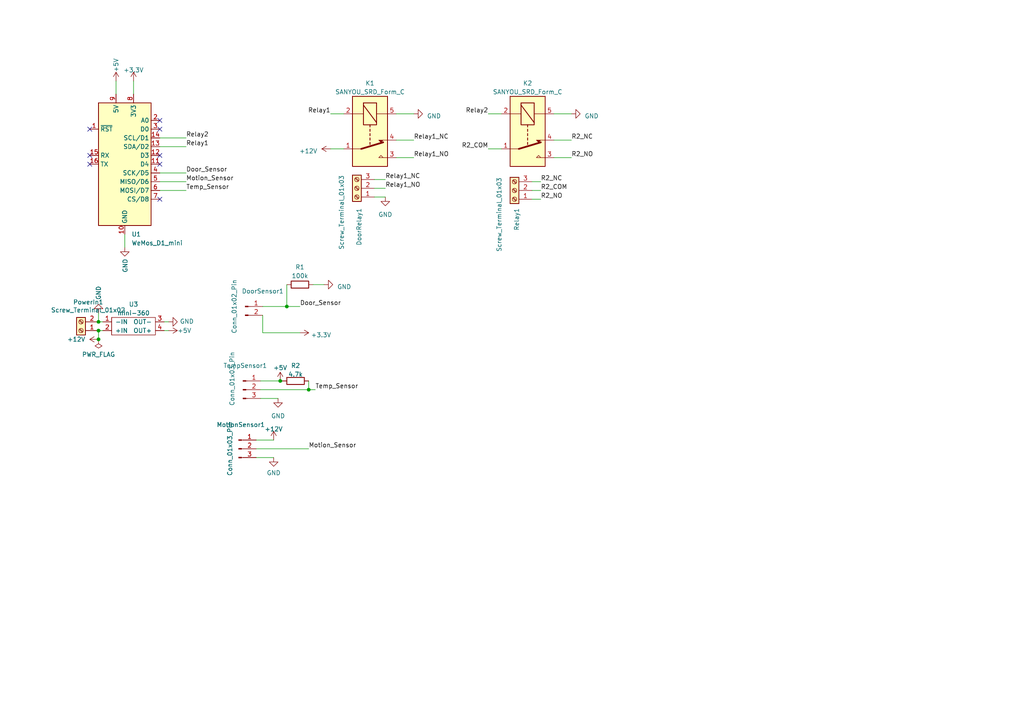
<source format=kicad_sch>
(kicad_sch (version 20230121) (generator eeschema)
  (paper "A4")
  (lib_symbols
    (symbol "Connector:Conn_01x02_Pin" (pin_names (offset 1.016) hide)
      (property "Reference" "J" (at 0 2.54 0))
      (property "Value" "Conn_01x02_Pin" (at 0 -5.08 0))
      (symbol "Conn_01x02_Pin_1_1"
        (polyline (pts (xy 1.27 -2.54) (xy 0.8636 -2.54)) (stroke (width 0.1524)))
        (polyline (pts (xy 1.27 0) (xy 0.8636 0)) (stroke (width 0.1524)))
        (rectangle (start 0.8636 -2.413) (end 0 -2.667) (stroke (width 0.1524)) (fill (type outline)))
        (rectangle (start 0.8636 0.127) (end 0 -0.127) (stroke (width 0.1524)) (fill (type outline)))
        (pin passive line (at 5.08 0 180) (length 3.81) (name "Pin_1") (number "1"))
        (pin passive line (at 5.08 -2.54 180) (length 3.81) (name "Pin_2") (number "2"))
      )
    )
    (symbol "Connector:Conn_01x03_Pin" (pin_names (offset 1.016) hide)
      (property "Reference" "J" (at 0 5.08 0))
      (property "Value" "Conn_01x03_Pin" (at 0 -5.08 0))
      (symbol "Conn_01x03_Pin_1_1"
        (polyline (pts (xy 1.27 -2.54) (xy 0.8636 -2.54)) (stroke (width 0.1524)))
        (polyline (pts (xy 1.27 0) (xy 0.8636 0)) (stroke (width 0.1524)))
        (polyline (pts (xy 1.27 2.54) (xy 0.8636 2.54)) (stroke (width 0.1524)))
        (rectangle (start 0.8636 -2.413) (end 0 -2.667) (stroke (width 0.1524)) (fill (type outline)))
        (rectangle (start 0.8636 0.127) (end 0 -0.127) (stroke (width 0.1524)) (fill (type outline)))
        (rectangle (start 0.8636 2.667) (end 0 2.413) (stroke (width 0.1524)) (fill (type outline)))
        (pin passive line (at 5.08 2.54 180) (length 3.81) (name "Pin_1") (number "1"))
        (pin passive line (at 5.08 0 180) (length 3.81) (name "Pin_2") (number "2"))
        (pin passive line (at 5.08 -2.54 180) (length 3.81) (name "Pin_3") (number "3"))
      )
    )
    (symbol "Connector:Screw_Terminal_01x02" (pin_names (offset 1.016) hide)
      (property "Reference" "J" (at 0 2.54 0))
      (property "Value" "Screw_Terminal_01x02" (at 0 -5.08 0))
      (symbol "Screw_Terminal_01x02_1_1"
        (rectangle (start -1.27 1.27) (end 1.27 -3.81) (stroke (width 0.254)) (fill (type background)))
        (circle (center 0 -2.54) (radius 0.635) (stroke (width 0.1524)))
        (polyline (pts (xy -0.5334 -2.2098) (xy 0.3302 -3.048)) (stroke (width 0.1524)))
        (polyline (pts (xy -0.5334 0.3302) (xy 0.3302 -0.508)) (stroke (width 0.1524)))
        (polyline (pts (xy -0.3556 -2.032) (xy 0.508 -2.8702)) (stroke (width 0.1524)))
        (polyline (pts (xy -0.3556 0.508) (xy 0.508 -0.3302)) (stroke (width 0.1524)))
        (circle (center 0 0) (radius 0.635) (stroke (width 0.1524)))
        (pin passive line (at -5.08 0 0) (length 3.81) (name "Pin_1") (number "1"))
        (pin passive line (at -5.08 -2.54 0) (length 3.81) (name "Pin_2") (number "2"))
      )
    )
    (symbol "Connector:Screw_Terminal_01x03" (pin_names (offset 1.016) hide)
      (property "Reference" "J" (at 0 5.08 0))
      (property "Value" "Screw_Terminal_01x03" (at 0 -5.08 0))
      (symbol "Screw_Terminal_01x03_1_1"
        (rectangle (start -1.27 3.81) (end 1.27 -3.81) (stroke (width 0.254)) (fill (type background)))
        (circle (center 0 -2.54) (radius 0.635) (stroke (width 0.1524)))
        (polyline (pts (xy -0.5334 -2.2098) (xy 0.3302 -3.048)) (stroke (width 0.1524)))
        (polyline (pts (xy -0.5334 0.3302) (xy 0.3302 -0.508)) (stroke (width 0.1524)))
        (polyline (pts (xy -0.5334 2.8702) (xy 0.3302 2.032)) (stroke (width 0.1524)))
        (polyline (pts (xy -0.3556 -2.032) (xy 0.508 -2.8702)) (stroke (width 0.1524)))
        (polyline (pts (xy -0.3556 0.508) (xy 0.508 -0.3302)) (stroke (width 0.1524)))
        (polyline (pts (xy -0.3556 3.048) (xy 0.508 2.2098)) (stroke (width 0.1524)))
        (circle (center 0 0) (radius 0.635) (stroke (width 0.1524)))
        (circle (center 0 2.54) (radius 0.635) (stroke (width 0.1524)))
        (pin passive line (at -5.08 2.54 0) (length 3.81) (name "Pin_1") (number "1"))
        (pin passive line (at -5.08 0 0) (length 3.81) (name "Pin_2") (number "2"))
        (pin passive line (at -5.08 -2.54 0) (length 3.81) (name "Pin_3") (number "3"))
      )
    )
    (symbol "Device:R" (pin_numbers hide) (pin_names (offset 0))
      (property "Reference" "R" (at 2.032 0 90))
      (property "Value" "R" (at 0 0 90))
      (symbol "R_0_1"
        (rectangle (start -1.016 -2.54) (end 1.016 2.54) (stroke (width 0.254)))
      )
      (symbol "R_1_1"
        (pin passive line (at 0 3.81 270) (length 1.27) (name "~") (number "1"))
        (pin passive line (at 0 -3.81 90) (length 1.27) (name "~") (number "2"))
      )
    )
    (symbol "MCU_Module:WeMos_D1_mini"
      (property "Reference" "U" (at 3.81 19.05 0))
      (property "Value" "WeMos_D1_mini" (at 1.27 -19.05 0))
      (symbol "WeMos_D1_mini_1_1"
        (rectangle (start -7.62 17.78) (end 7.62 -17.78) (stroke (width 0.254)) (fill (type background)))
        (pin input line (at -10.16 10.16 0) (length 2.54) (name "~{RST}") (number "1"))
        (pin power_in line (at 0 -20.32 90) (length 2.54) (name "GND") (number "10"))
        (pin bidirectional line (at 10.16 0 180) (length 2.54) (name "D4") (number "11"))
        (pin bidirectional line (at 10.16 2.54 180) (length 2.54) (name "D3") (number "12"))
        (pin bidirectional line (at 10.16 5.08 180) (length 2.54) (name "SDA/D2") (number "13"))
        (pin bidirectional line (at 10.16 7.62 180) (length 2.54) (name "SCL/D1") (number "14"))
        (pin input line (at -10.16 2.54 0) (length 2.54) (name "RX") (number "15"))
        (pin output line (at -10.16 0 0) (length 2.54) (name "TX") (number "16"))
        (pin input line (at 10.16 12.7 180) (length 2.54) (name "A0") (number "2"))
        (pin bidirectional line (at 10.16 10.16 180) (length 2.54) (name "D0") (number "3"))
        (pin bidirectional line (at 10.16 -2.54 180) (length 2.54) (name "SCK/D5") (number "4"))
        (pin bidirectional line (at 10.16 -5.08 180) (length 2.54) (name "MISO/D6") (number "5"))
        (pin bidirectional line (at 10.16 -7.62 180) (length 2.54) (name "MOSI/D7") (number "6"))
        (pin bidirectional line (at 10.16 -10.16 180) (length 2.54) (name "CS/D8") (number "7"))
        (pin power_out line (at 2.54 20.32 270) (length 2.54) (name "3V3") (number "8"))
        (pin power_in line (at -2.54 20.32 270) (length 2.54) (name "5V") (number "9"))
      )
    )
    (symbol "Relay:SANYOU_SRD_Form_C"
      (property "Reference" "K" (at 11.43 3.81 0))
      (property "Value" "SANYOU_SRD_Form_C" (at 11.43 1.27 0))
      (symbol "SANYOU_SRD_Form_C_0_0"
        (polyline (pts (xy 7.62 5.08) (xy 7.62 2.54) (xy 6.985 3.175) (xy 7.62 3.81)))
      )
      (symbol "SANYOU_SRD_Form_C_0_1"
        (rectangle (start -10.16 5.08) (end 10.16 -5.08) (stroke (width 0.254)) (fill (type background)))
        (rectangle (start -8.255 1.905) (end -1.905 -1.905) (stroke (width 0.254)))
        (polyline (pts (xy -7.62 -1.905) (xy -2.54 1.905)) (stroke (width 0.254)))
        (polyline (pts (xy -5.08 -5.08) (xy -5.08 -1.905)))
        (polyline (pts (xy -5.08 5.08) (xy -5.08 1.905)))
        (polyline (pts (xy -1.905 0) (xy -1.27 0)) (stroke (width 0.254)))
        (polyline (pts (xy -0.635 0) (xy 0 0)) (stroke (width 0.254)))
        (polyline (pts (xy 0.635 0) (xy 1.27 0)) (stroke (width 0.254)))
        (polyline (pts (xy 1.905 0) (xy 2.54 0)) (stroke (width 0.254)))
        (polyline (pts (xy 3.175 0) (xy 3.81 0)) (stroke (width 0.254)))
        (polyline (pts (xy 5.08 -2.54) (xy 3.175 3.81)) (stroke (width 0.508)))
        (polyline (pts (xy 5.08 -2.54) (xy 5.08 -5.08)))
      )
      (symbol "SANYOU_SRD_Form_C_1_1"
        (polyline (pts (xy 2.54 3.81) (xy 3.175 3.175) (xy 2.54 2.54) (xy 2.54 5.08)) (fill (type outline)))
        (pin passive line (at 5.08 -7.62 90) (length 2.54) (name "~") (number "1"))
        (pin passive line (at -5.08 -7.62 90) (length 2.54) (name "~") (number "2"))
        (pin passive line (at 7.62 7.62 270) (length 2.54) (name "~") (number "3"))
        (pin passive line (at 2.54 7.62 270) (length 2.54) (name "~") (number "4"))
        (pin passive line (at -5.08 7.62 270) (length 2.54) (name "~") (number "5"))
      )
    )
    (symbol "mini360:mini-360" (pin_names (offset 1.016))
      (property "Reference" "U2" (at 0 6.985 0))
      (property "Value" "mini-360" (at 0 4.6736 0))
      (symbol "mini-360_0_1"
        (rectangle (start -6.35 -2.54) (end 6.35 2.54))
        (rectangle (start -6.35 2.54) (end -6.35 -2.54))
      )
      (symbol "mini-360_1_1"
        (pin power_in line (at -8.89 1.27 0) (length 2.54) (name "-IN") (number "1"))
        (pin power_in line (at -8.89 -1.27 0) (length 2.54) (name "+IN") (number "2"))
        (pin power_out line (at 8.89 1.27 180) (length 2.54) (name "OUT-") (number "3"))
        (pin power_out line (at 8.89 -1.27 180) (length 2.54) (name "OUT+") (number "4"))
      )
    )
    (symbol "power:+12V" (power) (pin_names (offset 0))
      (property "Value" "+12V" (at 0 3.556 0))
      (symbol "+12V_0_1"
        (polyline (pts (xy -0.762 1.27) (xy 0 2.54)))
        (polyline (pts (xy 0 0) (xy 0 2.54)))
        (polyline (pts (xy 0 2.54) (xy 0.762 1.27)))
      )
      (symbol "+12V_1_1"
        (pin power_in line (at 0 0 90) (length 0) hide (name "+12V") (number "1"))
      )
    )
    (symbol "power:+3.3V" (power) (pin_names (offset 0))
      (property "Value" "+3.3V" (at 0 3.556 0))
      (symbol "+3.3V_0_1"
        (polyline (pts (xy -0.762 1.27) (xy 0 2.54)))
        (polyline (pts (xy 0 0) (xy 0 2.54)))
        (polyline (pts (xy 0 2.54) (xy 0.762 1.27)))
      )
      (symbol "+3.3V_1_1"
        (pin power_in line (at 0 0 90) (length 0) hide (name "+3.3V") (number "1"))
      )
    )
    (symbol "power:+5V" (power) (pin_names (offset 0))
      (property "Value" "+5V" (at 0 3.556 0))
      (symbol "+5V_0_1"
        (polyline (pts (xy -0.762 1.27) (xy 0 2.54)))
        (polyline (pts (xy 0 0) (xy 0 2.54)))
        (polyline (pts (xy 0 2.54) (xy 0.762 1.27)))
      )
      (symbol "+5V_1_1"
        (pin power_in line (at 0 0 90) (length 0) hide (name "+5V") (number "1"))
      )
    )
    (symbol "power:GND" (power) (pin_names (offset 0))
      (property "Value" "GND" (at 0 -3.81 0))
      (symbol "GND_0_1"
        (polyline (pts (xy 0 0) (xy 0 -1.27) (xy 1.27 -1.27) (xy 0 -2.54) (xy -1.27 -1.27) (xy 0 -1.27)))
      )
      (symbol "GND_1_1"
        (pin power_in line (at 0 0 270) (length 0) hide (name "GND") (number "1"))
      )
    )
    (symbol "power:PWR_FLAG" (power) (pin_numbers hide) (pin_names (offset 0) hide)
      (property "Value" "PWR_FLAG" (at 0 3.81 0))
      (symbol "PWR_FLAG_0_0"
        (pin power_out line (at 0 0 90) (length 0) (name "pwr") (number "1"))
      )
      (symbol "PWR_FLAG_0_1"
        (polyline (pts (xy 0 0) (xy 0 1.27) (xy -1.016 1.905) (xy 0 2.54) (xy 1.016 1.905) (xy 0 1.27)))
      )
    )
  )
  (junction (at 28.575 98.425))
  (junction (at 28.575 93.345))
  (junction (at 28.575 95.885))
  (junction (at 89.535 113.03))
  (junction (at 81.28 110.49))
  (junction (at 83.185 88.9))
  (no_connect (at 46.355 57.785))
  (no_connect (at 46.355 47.625))
  (no_connect (at 26.035 37.465))
  (no_connect (at 46.355 45.085))
  (no_connect (at 46.355 34.925))
  (no_connect (at 26.035 45.085))
  (no_connect (at 46.355 37.465))
  (no_connect (at 26.035 47.625))
  (wire (pts (xy 75.565 113.03) (xy 89.535 113.03)))
  (wire (pts (xy 160.655 40.64) (xy 165.735 40.64)))
  (wire (pts (xy 95.885 33.02) (xy 99.695 33.02)))
  (wire (pts (xy 28.575 98.425) (xy 28.575 95.885)))
  (wire (pts (xy 114.935 45.72) (xy 120.015 45.72)))
  (wire (pts (xy 28.575 90.805) (xy 28.575 93.345)))
  (wire (pts (xy 46.355 55.245) (xy 53.975 55.245)))
  (wire (pts (xy 33.655 23.495) (xy 33.655 27.305)))
  (wire (pts (xy 46.355 42.545) (xy 53.975 42.545)))
  (wire (pts (xy 141.605 43.18) (xy 145.415 43.18)))
  (wire (pts (xy 46.355 40.005) (xy 53.975 40.005)))
  (wire (pts (xy 46.355 52.705) (xy 53.975 52.705)))
  (wire (pts (xy 76.2 88.9) (xy 83.185 88.9)))
  (wire (pts (xy 74.295 127.635) (xy 79.375 127.635)))
  (wire (pts (xy 47.625 93.345) (xy 48.895 93.345)))
  (wire (pts (xy 156.845 57.785) (xy 154.305 57.785)))
  (wire (pts (xy 89.535 110.49) (xy 89.535 113.03)))
  (wire (pts (xy 108.585 54.61) (xy 111.76 54.61)))
  (wire (pts (xy 28.575 95.885) (xy 29.845 95.885)))
  (wire (pts (xy 89.535 113.03) (xy 91.44 113.03)))
  (wire (pts (xy 38.735 23.495) (xy 38.735 27.305)))
  (wire (pts (xy 108.585 57.15) (xy 111.76 57.15)))
  (wire (pts (xy 81.28 110.49) (xy 81.915 110.49)))
  (wire (pts (xy 75.565 115.57) (xy 80.645 115.57)))
  (wire (pts (xy 76.2 96.52) (xy 86.995 96.52)))
  (wire (pts (xy 36.195 67.945) (xy 36.195 71.755)))
  (wire (pts (xy 95.885 43.18) (xy 99.695 43.18)))
  (wire (pts (xy 47.625 95.885) (xy 48.895 95.885)))
  (wire (pts (xy 28.575 93.345) (xy 29.845 93.345)))
  (wire (pts (xy 156.845 55.245) (xy 154.305 55.245)))
  (wire (pts (xy 90.805 82.55) (xy 93.98 82.55)))
  (wire (pts (xy 75.565 110.49) (xy 81.28 110.49)))
  (wire (pts (xy 76.2 91.44) (xy 76.2 96.52)))
  (wire (pts (xy 160.655 33.02) (xy 165.735 33.02)))
  (wire (pts (xy 46.355 50.165) (xy 53.975 50.165)))
  (wire (pts (xy 74.295 132.715) (xy 79.375 132.715)))
  (wire (pts (xy 83.185 82.55) (xy 83.185 88.9)))
  (wire (pts (xy 160.655 45.72) (xy 165.735 45.72)))
  (wire (pts (xy 83.185 88.9) (xy 86.995 88.9)))
  (wire (pts (xy 114.935 33.02) (xy 120.015 33.02)))
  (wire (pts (xy 114.935 40.64) (xy 120.015 40.64)))
  (wire (pts (xy 141.605 33.02) (xy 145.415 33.02)))
  (wire (pts (xy 156.845 52.705) (xy 154.305 52.705)))
  (wire (pts (xy 111.76 52.07) (xy 108.585 52.07)))
  (wire (pts (xy 74.295 130.175) (xy 89.535 130.175)))
  (label "Relay2" (at 53.975 40.005 0))
  (label "R2_COM" (at 156.845 55.245 0))
  (label "Door_Sensor" (at 86.995 88.9 0))
  (label "R2_NC" (at 156.845 52.705 0))
  (label "R2_NO" (at 165.735 45.72 0))
  (label "R2_NC" (at 165.735 40.64 0))
  (label "Relay1_NO" (at 120.015 45.72 0))
  (label "R2_NO" (at 156.845 57.785 0))
  (label "Temp_Sensor" (at 91.44 113.03 0))
  (label "Relay1_NC" (at 120.015 40.64 0))
  (label "Motion_Sensor" (at 53.975 52.705 0))
  (label "Motion_Sensor" (at 89.535 130.175 0))
  (label "Relay1_NO" (at 111.76 54.61 0))
  (label "Relay2" (at 141.605 33.02 180))
  (label "R2_COM" (at 141.605 43.18 180))
  (label "Temp_Sensor" (at 53.975 55.245 0))
  (label "Door_Sensor" (at 53.975 50.165 0))
  (label "Relay1" (at 53.975 42.545 0))
  (label "Relay1_NC" (at 111.76 52.07 0))
  (label "Relay1" (at 95.885 33.02 180))
  (symbol (lib_id "power:+3.3V") (at 38.735 23.495 0) (unit 1)
    (property "Reference" "#PWR013" (effects hide))
    (property "Value" "+3.3V" (at 38.735 20.32 0))
  )
  (symbol (lib_id "power:GND") (at 120.015 33.02 90) (unit 1)
    (property "Reference" "#PWR09" (effects hide))
    (property "Value" "GND" (at 123.825 33.655 90) (effects (justify right)))
  )
  (symbol (lib_id "Device:R") (at 85.725 110.49 90) (unit 1)
    (property "Reference" "R2" (at 85.725 106.045 90))
    (property "Value" "4.7k" (at 85.725 108.585 90))
    (property "Footprint" "Resistor_THT:R_Axial_DIN0309_L9.0mm_D3.2mm_P12.70mm_Horizontal" (effects hide))
  )
  (symbol (lib_id "Connector:Screw_Terminal_01x03") (at 103.505 54.61 180) (unit 1)
    (property "Reference" "DoorRelay1" (at 104.14 60.325 90) (effects (justify left)))
    (property "Value" "Screw_Terminal_01x03" (at 99.06 50.8 90) (effects (justify left)))
    (property "Footprint" "TerminalBlock:TerminalBlock_bornier-3_P5.08mm" (effects hide))
  )
  (symbol (lib_id "power:+5V") (at 81.28 110.49 0) (unit 1)
    (property "Reference" "#PWR08" (effects hide))
    (property "Value" "+5V" (at 81.28 106.68 0))
  )
  (symbol (lib_id "power:PWR_FLAG") (at 28.575 98.425 180) (unit 1)
    (property "Reference" "#FLG01" (effects hide))
    (property "Value" "PWR_FLAG" (at 28.575 102.8192 0))
  )
  (symbol (lib_id "power:GND") (at 48.895 93.345 90) (unit 1)
    (property "Reference" "#PWR05" (effects hide))
    (property "Value" "GND" (at 52.1462 93.218 90) (effects (justify right)))
  )
  (symbol (lib_id "Relay:SANYOU_SRD_Form_C") (at 153.035 38.1 270) (unit 1)
    (property "Reference" "K2" (at 153.035 24.13 90))
    (property "Value" "SANYOU_SRD_Form_C" (at 153.035 26.67 90))
    (property "Footprint" "Relay_THT:Relay_SPDT_SANYOU_SRD_Series_Form_C" (effects hide))
    (property "Datasheet" "http://www.sanyourelay.ca/public/products/pdf/SRD.pdf" (effects hide))
  )
  (symbol (lib_id "MCU_Module:WeMos_D1_mini") (at 36.195 47.625 0) (unit 1)
    (property "Reference" "U1" (at 38.1509 67.945 0) (effects (justify left)))
    (property "Value" "WeMos_D1_mini" (at 38.1509 70.485 0) (effects (justify left)))
    (property "Footprint" "Module:WEMOS_D1_mini_light" (effects hide))
    (property "Datasheet" "https://wiki.wemos.cc/products:d1:d1_mini#documentation" (effects hide))
  )
  (symbol (lib_id "power:GND") (at 36.195 71.755 0) (unit 1)
    (property "Reference" "#PWR02" (effects hide))
    (property "Value" "GND" (at 36.322 75.0062 90) (effects (justify right)))
  )
  (symbol (lib_id "power:GND") (at 165.735 33.02 90) (unit 1)
    (property "Reference" "#PWR010" (effects hide))
    (property "Value" "GND" (at 169.545 33.655 90) (effects (justify right)))
  )
  (symbol (lib_id "Connector:Conn_01x03_Pin") (at 69.215 130.175 0) (unit 1)
    (property "Reference" "MotionSensor1" (at 69.85 123.19 0))
    (property "Value" "Conn_01x03_Pin" (at 66.675 130.175 90))
    (property "Footprint" "Connector_JST:JST_EH_B3B-EH-A_1x03_P2.50mm_Vertical" (effects hide))
  )
  (symbol (lib_id "Connector:Conn_01x02_Pin") (at 71.12 88.9 0) (unit 1)
    (property "Reference" "DoorSensor1" (at 76.2 84.455 0))
    (property "Value" "Conn_01x02_Pin" (at 67.945 88.9 90))
    (property "Footprint" "Connector_JST:JST_EH_B2B-EH-A_1x02_P2.50mm_Vertical" (effects hide))
  )
  (symbol (lib_id "Connector:Screw_Terminal_01x02") (at 23.495 95.885 180) (unit 1)
    (property "Reference" "PowerIn1" (at 25.5778 87.63 0))
    (property "Value" "Screw_Terminal_01x02" (at 25.5778 89.9414 0))
    (property "Footprint" "TerminalBlock:TerminalBlock_bornier-2_P5.08mm" (effects hide))
  )
  (symbol (lib_id "power:+12V") (at 95.885 43.18 90) (unit 1)
    (property "Reference" "#PWR07" (effects hide))
    (property "Value" "+12V" (at 92.075 43.815 90) (effects (justify left)))
  )
  (symbol (lib_id "power:+3.3V") (at 86.995 96.52 270) (unit 1)
    (property "Reference" "#PWR014" (effects hide))
    (property "Value" "+3.3V" (at 90.17 97.155 90) (effects (justify left)))
  )
  (symbol (lib_id "power:GND") (at 28.575 90.805 180) (unit 1)
    (property "Reference" "#PWR03" (effects hide))
    (property "Value" "GND" (at 28.575 86.995 90) (effects (justify right)))
  )
  (symbol (lib_id "Device:R") (at 86.995 82.55 90) (unit 1)
    (property "Reference" "R1" (at 86.995 77.47 90))
    (property "Value" "100k" (at 86.995 80.01 90))
    (property "Footprint" "Resistor_THT:R_Axial_DIN0309_L9.0mm_D3.2mm_P12.70mm_Horizontal" (effects hide))
  )
  (symbol (lib_id "power:GND") (at 79.375 132.715 0) (unit 1)
    (property "Reference" "#PWR018" (effects hide))
    (property "Value" "GND" (at 79.375 137.16 0))
  )
  (symbol (lib_id "power:GND") (at 93.98 82.55 90) (unit 1)
    (property "Reference" "#PWR016" (effects hide))
    (property "Value" "GND" (at 97.79 83.185 90) (effects (justify right)))
  )
  (symbol (lib_id "Connector:Screw_Terminal_01x03") (at 149.225 55.245 180) (unit 1)
    (property "Reference" "Relay1" (at 149.86 60.325 90) (effects (justify left)))
    (property "Value" "Screw_Terminal_01x03" (at 144.78 51.435 90) (effects (justify left)))
    (property "Footprint" "TerminalBlock:TerminalBlock_bornier-3_P5.08mm" (effects hide))
  )
  (symbol (lib_id "power:GND") (at 111.76 57.15 0) (unit 1)
    (property "Reference" "#PWR021" (effects hide))
    (property "Value" "GND" (at 111.76 62.23 0))
  )
  (symbol (lib_id "mini360:mini-360") (at 38.735 94.615 0) (unit 1)
    (property "Reference" "U3" (at 38.735 88.265 0))
    (property "Value" "mini-360" (at 38.735 90.805 0))
    (property "Footprint" "mini360:buck_converter 16.8x22,14" (effects hide))
  )
  (symbol (lib_id "power:GND") (at 80.645 115.57 0) (unit 1)
    (property "Reference" "#PWR019" (effects hide))
    (property "Value" "GND" (at 80.645 120.65 0))
  )
  (symbol (lib_id "power:+5V") (at 33.655 23.495 0) (unit 1)
    (property "Reference" "#PWR01" (effects hide))
    (property "Value" "+5V" (at 33.655 20.955 90) (effects (justify left)))
  )
  (symbol (lib_id "power:+5V") (at 48.895 95.885 270) (unit 1)
    (property "Reference" "#PWR06" (effects hide))
    (property "Value" "+5V" (at 51.435 95.885 90) (effects (justify left)))
  )
  (symbol (lib_id "Relay:SANYOU_SRD_Form_C") (at 107.315 38.1 270) (unit 1)
    (property "Reference" "K1" (at 107.315 24.13 90))
    (property "Value" "SANYOU_SRD_Form_C" (at 107.315 26.67 90))
    (property "Footprint" "Relay_THT:Relay_SPDT_SANYOU_SRD_Series_Form_C" (effects hide))
    (property "Datasheet" "http://www.sanyourelay.ca/public/products/pdf/SRD.pdf" (effects hide))
  )
  (symbol (lib_id "power:+12V") (at 28.575 98.425 90) (unit 1)
    (property "Reference" "#PWR04" (effects hide))
    (property "Value" "+12V" (at 24.765 98.425 90) (effects (justify left)))
  )
  (symbol (lib_id "power:+12V") (at 79.375 127.635 0) (unit 1)
    (property "Reference" "#PWR011" (effects hide))
    (property "Value" "+12V" (at 79.375 124.46 0))
  )
  (symbol (lib_id "Connector:Conn_01x03_Pin") (at 70.485 113.03 0) (unit 1)
    (property "Reference" "TempSensor1" (at 71.12 106.045 0))
    (property "Value" "Conn_01x03_Pin" (at 67.31 109.855 90))
    (property "Footprint" "Connector_JST:JST_EH_B3B-EH-A_1x03_P2.50mm_Vertical" (effects hide))
  )
)
</source>
